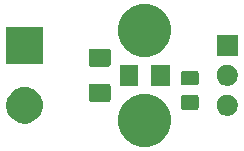
<source format=gbr>
G04 #@! TF.GenerationSoftware,KiCad,Pcbnew,5.1.5*
G04 #@! TF.CreationDate,2020-01-04T21:59:29+01:00*
G04 #@! TF.ProjectId,cs_ina199,63735f69-6e61-4313-9939-2e6b69636164,rev?*
G04 #@! TF.SameCoordinates,Original*
G04 #@! TF.FileFunction,Soldermask,Top*
G04 #@! TF.FilePolarity,Negative*
%FSLAX46Y46*%
G04 Gerber Fmt 4.6, Leading zero omitted, Abs format (unit mm)*
G04 Created by KiCad (PCBNEW 5.1.5) date 2020-01-04 21:59:29*
%MOMM*%
%LPD*%
G04 APERTURE LIST*
%ADD10C,0.100000*%
G04 APERTURE END LIST*
D10*
G36*
X145055880Y-86659776D02*
G01*
X145436593Y-86735504D01*
X145846249Y-86905189D01*
X146214929Y-87151534D01*
X146528466Y-87465071D01*
X146774811Y-87833751D01*
X146944496Y-88243407D01*
X147031000Y-88678296D01*
X147031000Y-89121704D01*
X146944496Y-89556593D01*
X146774811Y-89966249D01*
X146528466Y-90334929D01*
X146214929Y-90648466D01*
X145846249Y-90894811D01*
X145436593Y-91064496D01*
X145055880Y-91140224D01*
X145001705Y-91151000D01*
X144558295Y-91151000D01*
X144504120Y-91140224D01*
X144123407Y-91064496D01*
X143713751Y-90894811D01*
X143345071Y-90648466D01*
X143031534Y-90334929D01*
X142785189Y-89966249D01*
X142615504Y-89556593D01*
X142529000Y-89121704D01*
X142529000Y-88678296D01*
X142615504Y-88243407D01*
X142785189Y-87833751D01*
X143031534Y-87465071D01*
X143345071Y-87151534D01*
X143713751Y-86905189D01*
X144123407Y-86735504D01*
X144504120Y-86659776D01*
X144558295Y-86649000D01*
X145001705Y-86649000D01*
X145055880Y-86659776D01*
G37*
G36*
X134922585Y-86108802D02*
G01*
X135072410Y-86138604D01*
X135354674Y-86255521D01*
X135608705Y-86425259D01*
X135824741Y-86641295D01*
X135994479Y-86895326D01*
X136111396Y-87177590D01*
X136132935Y-87285873D01*
X136168580Y-87465071D01*
X136171000Y-87477240D01*
X136171000Y-87782760D01*
X136111396Y-88082410D01*
X135994479Y-88364674D01*
X135824741Y-88618705D01*
X135608705Y-88834741D01*
X135354674Y-89004479D01*
X135072410Y-89121396D01*
X134922585Y-89151198D01*
X134772761Y-89181000D01*
X134467239Y-89181000D01*
X134317415Y-89151198D01*
X134167590Y-89121396D01*
X133885326Y-89004479D01*
X133631295Y-88834741D01*
X133415259Y-88618705D01*
X133245521Y-88364674D01*
X133128604Y-88082410D01*
X133069000Y-87782760D01*
X133069000Y-87477240D01*
X133071421Y-87465071D01*
X133107065Y-87285873D01*
X133128604Y-87177590D01*
X133245521Y-86895326D01*
X133415259Y-86641295D01*
X133631295Y-86425259D01*
X133885326Y-86255521D01*
X134167590Y-86138604D01*
X134317415Y-86108802D01*
X134467239Y-86079000D01*
X134772761Y-86079000D01*
X134922585Y-86108802D01*
G37*
G36*
X151878512Y-86733927D02*
G01*
X152027812Y-86763624D01*
X152191784Y-86831544D01*
X152339354Y-86930147D01*
X152464853Y-87055646D01*
X152563456Y-87203216D01*
X152631376Y-87367188D01*
X152666000Y-87541259D01*
X152666000Y-87718741D01*
X152631376Y-87892812D01*
X152563456Y-88056784D01*
X152464853Y-88204354D01*
X152339354Y-88329853D01*
X152191784Y-88428456D01*
X152027812Y-88496376D01*
X151878512Y-88526073D01*
X151853742Y-88531000D01*
X151676258Y-88531000D01*
X151651488Y-88526073D01*
X151502188Y-88496376D01*
X151338216Y-88428456D01*
X151190646Y-88329853D01*
X151065147Y-88204354D01*
X150966544Y-88056784D01*
X150898624Y-87892812D01*
X150864000Y-87718741D01*
X150864000Y-87541259D01*
X150898624Y-87367188D01*
X150966544Y-87203216D01*
X151065147Y-87055646D01*
X151190646Y-86930147D01*
X151338216Y-86831544D01*
X151502188Y-86763624D01*
X151651488Y-86733927D01*
X151676258Y-86729000D01*
X151853742Y-86729000D01*
X151878512Y-86733927D01*
G37*
G36*
X149178674Y-86763465D02*
G01*
X149216367Y-86774899D01*
X149251103Y-86793466D01*
X149281548Y-86818452D01*
X149306534Y-86848897D01*
X149325101Y-86883633D01*
X149336535Y-86921326D01*
X149341000Y-86966661D01*
X149341000Y-87803339D01*
X149336535Y-87848674D01*
X149325101Y-87886367D01*
X149306534Y-87921103D01*
X149281548Y-87951548D01*
X149251103Y-87976534D01*
X149216367Y-87995101D01*
X149178674Y-88006535D01*
X149133339Y-88011000D01*
X148046661Y-88011000D01*
X148001326Y-88006535D01*
X147963633Y-87995101D01*
X147928897Y-87976534D01*
X147898452Y-87951548D01*
X147873466Y-87921103D01*
X147854899Y-87886367D01*
X147843465Y-87848674D01*
X147839000Y-87803339D01*
X147839000Y-86966661D01*
X147843465Y-86921326D01*
X147854899Y-86883633D01*
X147873466Y-86848897D01*
X147898452Y-86818452D01*
X147928897Y-86793466D01*
X147963633Y-86774899D01*
X148001326Y-86763465D01*
X148046661Y-86759000D01*
X149133339Y-86759000D01*
X149178674Y-86763465D01*
G37*
G36*
X141745562Y-85818181D02*
G01*
X141780481Y-85828774D01*
X141812663Y-85845976D01*
X141840873Y-85869127D01*
X141864024Y-85897337D01*
X141881226Y-85929519D01*
X141891819Y-85964438D01*
X141896000Y-86006895D01*
X141896000Y-87148105D01*
X141891819Y-87190562D01*
X141881226Y-87225481D01*
X141864024Y-87257663D01*
X141840873Y-87285873D01*
X141812663Y-87309024D01*
X141780481Y-87326226D01*
X141745562Y-87336819D01*
X141703105Y-87341000D01*
X140236895Y-87341000D01*
X140194438Y-87336819D01*
X140159519Y-87326226D01*
X140127337Y-87309024D01*
X140099127Y-87285873D01*
X140075976Y-87257663D01*
X140058774Y-87225481D01*
X140048181Y-87190562D01*
X140044000Y-87148105D01*
X140044000Y-86006895D01*
X140048181Y-85964438D01*
X140058774Y-85929519D01*
X140075976Y-85897337D01*
X140099127Y-85869127D01*
X140127337Y-85845976D01*
X140159519Y-85828774D01*
X140194438Y-85818181D01*
X140236895Y-85814000D01*
X141703105Y-85814000D01*
X141745562Y-85818181D01*
G37*
G36*
X151878512Y-84193927D02*
G01*
X152027812Y-84223624D01*
X152191784Y-84291544D01*
X152339354Y-84390147D01*
X152464853Y-84515646D01*
X152563456Y-84663216D01*
X152631376Y-84827188D01*
X152666000Y-85001259D01*
X152666000Y-85178741D01*
X152631376Y-85352812D01*
X152563456Y-85516784D01*
X152464853Y-85664354D01*
X152339354Y-85789853D01*
X152191784Y-85888456D01*
X152027812Y-85956376D01*
X151878512Y-85986073D01*
X151853742Y-85991000D01*
X151676258Y-85991000D01*
X151651488Y-85986073D01*
X151502188Y-85956376D01*
X151338216Y-85888456D01*
X151190646Y-85789853D01*
X151065147Y-85664354D01*
X150966544Y-85516784D01*
X150898624Y-85352812D01*
X150864000Y-85178741D01*
X150864000Y-85001259D01*
X150898624Y-84827188D01*
X150966544Y-84663216D01*
X151065147Y-84515646D01*
X151190646Y-84390147D01*
X151338216Y-84291544D01*
X151502188Y-84223624D01*
X151651488Y-84193927D01*
X151676258Y-84189000D01*
X151853742Y-84189000D01*
X151878512Y-84193927D01*
G37*
G36*
X144251000Y-85991000D02*
G01*
X142649000Y-85991000D01*
X142649000Y-84189000D01*
X144251000Y-84189000D01*
X144251000Y-85991000D01*
G37*
G36*
X146911000Y-85991000D02*
G01*
X145309000Y-85991000D01*
X145309000Y-84189000D01*
X146911000Y-84189000D01*
X146911000Y-85991000D01*
G37*
G36*
X149178674Y-84713465D02*
G01*
X149216367Y-84724899D01*
X149251103Y-84743466D01*
X149281548Y-84768452D01*
X149306534Y-84798897D01*
X149325101Y-84833633D01*
X149336535Y-84871326D01*
X149341000Y-84916661D01*
X149341000Y-85753339D01*
X149336535Y-85798674D01*
X149325101Y-85836367D01*
X149306534Y-85871103D01*
X149281548Y-85901548D01*
X149251103Y-85926534D01*
X149216367Y-85945101D01*
X149178674Y-85956535D01*
X149133339Y-85961000D01*
X148046661Y-85961000D01*
X148001326Y-85956535D01*
X147963633Y-85945101D01*
X147928897Y-85926534D01*
X147898452Y-85901548D01*
X147873466Y-85871103D01*
X147854899Y-85836367D01*
X147843465Y-85798674D01*
X147839000Y-85753339D01*
X147839000Y-84916661D01*
X147843465Y-84871326D01*
X147854899Y-84833633D01*
X147873466Y-84798897D01*
X147898452Y-84768452D01*
X147928897Y-84743466D01*
X147963633Y-84724899D01*
X148001326Y-84713465D01*
X148046661Y-84709000D01*
X149133339Y-84709000D01*
X149178674Y-84713465D01*
G37*
G36*
X141745562Y-82843181D02*
G01*
X141780481Y-82853774D01*
X141812663Y-82870976D01*
X141840873Y-82894127D01*
X141864024Y-82922337D01*
X141881226Y-82954519D01*
X141891819Y-82989438D01*
X141896000Y-83031895D01*
X141896000Y-84173105D01*
X141891819Y-84215562D01*
X141881226Y-84250481D01*
X141864024Y-84282663D01*
X141840873Y-84310873D01*
X141812663Y-84334024D01*
X141780481Y-84351226D01*
X141745562Y-84361819D01*
X141703105Y-84366000D01*
X140236895Y-84366000D01*
X140194438Y-84361819D01*
X140159519Y-84351226D01*
X140127337Y-84334024D01*
X140099127Y-84310873D01*
X140075976Y-84282663D01*
X140058774Y-84250481D01*
X140048181Y-84215562D01*
X140044000Y-84173105D01*
X140044000Y-83031895D01*
X140048181Y-82989438D01*
X140058774Y-82954519D01*
X140075976Y-82922337D01*
X140099127Y-82894127D01*
X140127337Y-82870976D01*
X140159519Y-82853774D01*
X140194438Y-82843181D01*
X140236895Y-82839000D01*
X141703105Y-82839000D01*
X141745562Y-82843181D01*
G37*
G36*
X136171000Y-84101000D02*
G01*
X133069000Y-84101000D01*
X133069000Y-80999000D01*
X136171000Y-80999000D01*
X136171000Y-84101000D01*
G37*
G36*
X145055880Y-79039776D02*
G01*
X145436593Y-79115504D01*
X145846249Y-79285189D01*
X146214929Y-79531534D01*
X146528466Y-79845071D01*
X146774811Y-80213751D01*
X146944496Y-80623407D01*
X147031000Y-81058296D01*
X147031000Y-81501704D01*
X146944496Y-81936593D01*
X146774811Y-82346249D01*
X146528466Y-82714929D01*
X146214929Y-83028466D01*
X145846249Y-83274811D01*
X145436593Y-83444496D01*
X145055880Y-83520224D01*
X145001705Y-83531000D01*
X144558295Y-83531000D01*
X144504120Y-83520224D01*
X144123407Y-83444496D01*
X143713751Y-83274811D01*
X143345071Y-83028466D01*
X143031534Y-82714929D01*
X142785189Y-82346249D01*
X142615504Y-81936593D01*
X142529000Y-81501704D01*
X142529000Y-81058296D01*
X142615504Y-80623407D01*
X142785189Y-80213751D01*
X143031534Y-79845071D01*
X143345071Y-79531534D01*
X143713751Y-79285189D01*
X144123407Y-79115504D01*
X144504120Y-79039776D01*
X144558295Y-79029000D01*
X145001705Y-79029000D01*
X145055880Y-79039776D01*
G37*
G36*
X152666000Y-83451000D02*
G01*
X150864000Y-83451000D01*
X150864000Y-81649000D01*
X152666000Y-81649000D01*
X152666000Y-83451000D01*
G37*
M02*

</source>
